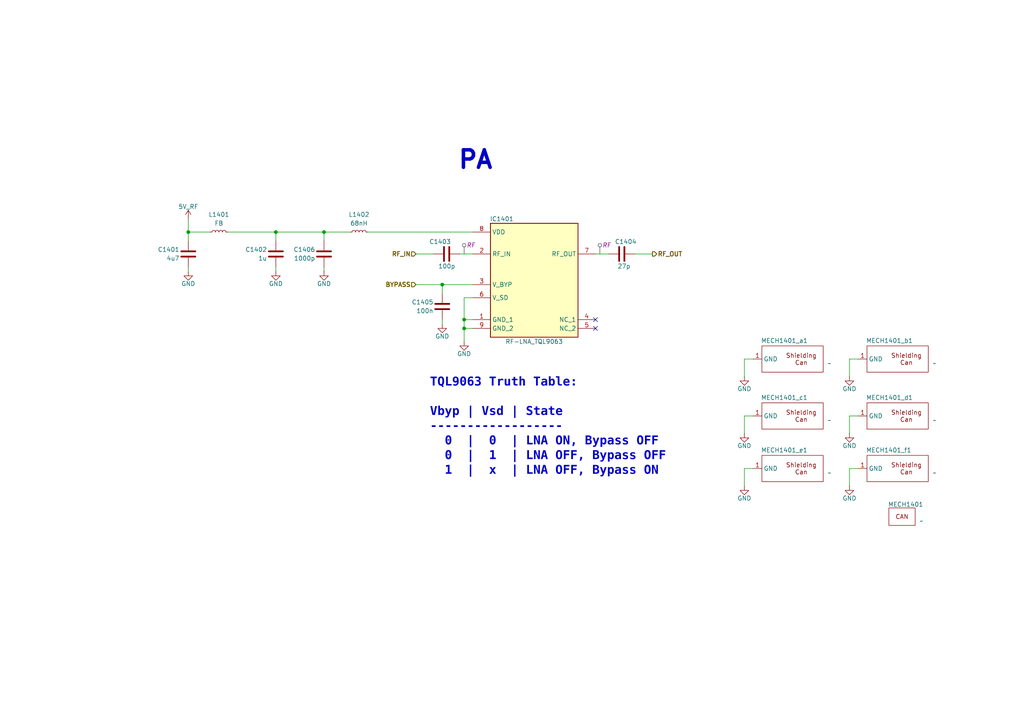
<source format=kicad_sch>
(kicad_sch (version 20250114) (generator "eeschema") (generator_version "9.0")
  (paper "A4")
  (title_block (title "RFE") (date "2024-06-01") (rev "A1") (company "LibreCellular Project - https://librecellular.org/") (comment 1 "Drawn: OK") (comment 2 "Checked: x"))
  (lib_symbols
    (symbol "Device:C" (pin_numbers (hide yes)) (pin_names (offset 0.254))
      (property "Reference" "C" (at 0.635 2.54 0))
      (property "Value" "C" (at 0.635 -2.54 0))
      (symbol "C_0_1"
        (polyline (pts (xy -2.032 0.762) (xy 2.032 0.762)) (stroke (width 0.508)))
        (polyline (pts (xy -2.032 -0.762) (xy 2.032 -0.762)) (stroke (width 0.508)))
      )
      (symbol "C_1_1"
        (pin passive line (at 0 3.81 270) (length 2.794) (name "~") (number "1"))
        (pin passive line (at 0 -3.81 90) (length 2.794) (name "~") (number "2"))
      )
    )
    (symbol "Device:L_Small" (pin_numbers (hide yes)) (pin_names (offset 0.254) (hide yes))
      (property "Reference" "L" (at 0.762 1.016 0))
      (property "Value" "L_Small" (at 0.762 -1.016 0))
      (symbol "L_Small_0_1"
        (arc (start 0 2.032) (mid 0.5058 1.524) (end 0 1.016))
        (arc (start 0 1.016) (mid 0.5058 0.508) (end 0 0))
        (arc (start 0 0) (mid 0.5058 -0.508) (end 0 -1.016))
        (arc (start 0 -1.016) (mid 0.5058 -1.524) (end 0 -2.032))
      )
      (symbol "L_Small_1_1"
        (pin passive line (at 0 2.54 270) (length 0.508) (name "~") (number "1"))
        (pin passive line (at 0 -2.54 90) (length 0.508) (name "~") (number "2"))
      )
    )
    (symbol "LC_RFE:Harwin_S03-15100300R"
      (property "Reference" "MECH" (at 0 3.81 0))
      (symbol "Harwin_S03-15100300R_0_1"
        (rectangle (start -3.81 2.54) (end 3.81 -2.54))
      )
      (symbol "Harwin_S03-15100300R_1_1"
        (text "CAN" (at 0 0 0) (effects (font (size 1.27 1.27))))
      )
    )
    (symbol "LC_RFE:Harwin_S03-15100300R+S0941-46R"
      (property "Reference" "MECH" (at -6.35 5.08 0))
      (symbol "Harwin_S03-15100300R+S0941-46R_1_1"
        (rectangle (start -8.89 3.81) (end 8.89 -3.81))
        (text "Shielding\nCan" (at 2.54 0 0) (effects (font (size 1.27 1.27))))
        (pin input line (at -11.43 0 0) (length 2.54) (name "GND") (number "1"))
      )
    )
    (symbol "LC_RFE:RF-LNA_TQL9063"
      (property "Reference" "IC" (at -12.954 17.272 0))
      (property "Value" "RF-LNA_TQL9063" (at 0 -18.542 0))
      (symbol "RF-LNA_TQL9063_1_1"
        (rectangle (start -12.7 15.24) (end 12.7 -17.78) (stroke (width 0.254)) (fill (type background)))
        (pin power_in line (at -17.78 12.7 0) (length 5.08) (name "VDD") (number "8"))
        (pin input line (at -17.78 6.35 0) (length 5.08) (name "RF_IN") (number "2"))
        (pin passive line (at -17.78 -2.54 0) (length 5.08) (name "V_BYP") (number "3"))
        (pin passive line (at -17.78 -6.35 0) (length 5.08) (name "V_SD") (number "6"))
        (pin power_in line (at -17.78 -12.7 0) (length 5.08) (name "GND_1") (number "1"))
        (pin power_in line (at -17.78 -15.24 0) (length 5.08) (name "GND_2") (number "9"))
        (pin output line (at 17.78 6.35 180) (length 5.08) (name "RF_OUT") (number "7"))
        (pin passive line (at 17.78 -12.7 180) (length 5.08) (name "NC_1") (number "4"))
        (pin passive line (at 17.78 -15.24 180) (length 5.08) (name "NC_2") (number "5"))
      )
    )
    (symbol "power:+3.3VA" (power) (pin_numbers (hide yes)) (pin_names (offset 0) (hide yes))
      (property "Value" "+3.3VA" (at 0 3.556 0))
      (symbol "+3.3VA_0_1"
        (polyline (pts (xy -0.762 1.27) (xy 0 2.54)))
        (polyline (pts (xy 0 2.54) (xy 0.762 1.27)))
        (polyline (pts (xy 0 0) (xy 0 2.54)))
      )
      (symbol "+3.3VA_1_1"
        (pin power_in line (at 0 0 90) (length 0) (name "~") (number "1"))
      )
    )
    (symbol "power:GND" (power) (pin_numbers (hide yes)) (pin_names (offset 0) (hide yes))
      (property "Value" "GND" (at 0 -3.81 0))
      (symbol "GND_0_1"
        (polyline (pts (xy 0 0) (xy 0 -1.27) (xy 1.27 -1.27) (xy 0 -2.54) (xy -1.27 -1.27) (xy 0 -1.27)))
      )
      (symbol "GND_1_1"
        (pin power_in line (at 0 0 270) (length 0) (name "~") (number "1"))
      )
    )
  )
  (text "PA" (at 137.922 46.482 0) (effects (font (size 5.08 5.08) (thickness 1.016) (bold yes))))
  (text "TQL9063 Truth Table:\n\nVbyp | Vsd | State\n------------------\n  0  |  0  | LNA ON, Bypass OFF\n  0  |  1  | LNA OFF, Bypass OFF\n  1  |  x  | LNA OFF, Bypass ON\n" (at 124.714 124.46 0) (effects (font (size 2.54 2.54) (thickness 0.4064) (bold yes)) (justify left)))
  (junction (at 128.27 82.55))
  (junction (at 93.98 67.31))
  (junction (at 54.61 67.31))
  (junction (at 80.01 67.31))
  (junction (at 134.62 95.25))
  (junction (at 134.62 92.71))
  (no_connect (at 172.72 92.71))
  (no_connect (at 172.72 95.25))
  (wire (pts (xy 184.15 73.66) (xy 189.23 73.66)))
  (wire (pts (xy 134.62 92.71) (xy 134.62 95.25)))
  (wire (pts (xy 134.62 95.25) (xy 134.62 99.06)))
  (wire (pts (xy 134.62 86.36) (xy 134.62 92.71)))
  (wire (pts (xy 248.92 135.89) (xy 246.38 135.89)))
  (wire (pts (xy 246.38 135.89) (xy 246.38 140.97)))
  (wire (pts (xy 93.98 78.74) (xy 93.98 77.47)))
  (wire (pts (xy 54.61 67.31) (xy 60.96 67.31)))
  (wire (pts (xy 176.53 73.66) (xy 172.72 73.66)))
  (wire (pts (xy 215.9 104.14) (xy 215.9 109.22)))
  (wire (pts (xy 218.44 120.65) (xy 215.9 120.65)))
  (wire (pts (xy 80.01 67.31) (xy 80.01 69.85)))
  (wire (pts (xy 128.27 93.98) (xy 128.27 92.71)))
  (wire (pts (xy 218.44 104.14) (xy 215.9 104.14)))
  (wire (pts (xy 248.92 120.65) (xy 246.38 120.65)))
  (wire (pts (xy 54.61 63.5) (xy 54.61 67.31)))
  (wire (pts (xy 248.92 104.14) (xy 246.38 104.14)))
  (wire (pts (xy 215.9 135.89) (xy 215.9 140.97)))
  (wire (pts (xy 54.61 67.31) (xy 54.61 69.85)))
  (wire (pts (xy 80.01 78.74) (xy 80.01 77.47)))
  (wire (pts (xy 215.9 120.65) (xy 215.9 125.73)))
  (wire (pts (xy 137.16 82.55) (xy 128.27 82.55)))
  (wire (pts (xy 137.16 86.36) (xy 134.62 86.36)))
  (wire (pts (xy 128.27 82.55) (xy 128.27 85.09)))
  (wire (pts (xy 120.65 82.55) (xy 128.27 82.55)))
  (wire (pts (xy 80.01 67.31) (xy 93.98 67.31)))
  (wire (pts (xy 137.16 92.71) (xy 134.62 92.71)))
  (wire (pts (xy 120.65 73.66) (xy 125.73 73.66)))
  (wire (pts (xy 246.38 120.65) (xy 246.38 125.73)))
  (wire (pts (xy 246.38 104.14) (xy 246.38 109.22)))
  (wire (pts (xy 66.04 67.31) (xy 80.01 67.31)))
  (wire (pts (xy 93.98 67.31) (xy 93.98 69.85)))
  (wire (pts (xy 218.44 135.89) (xy 215.9 135.89)))
  (wire (pts (xy 54.61 78.74) (xy 54.61 77.47)))
  (wire (pts (xy 134.62 95.25) (xy 137.16 95.25)))
  (wire (pts (xy 93.98 67.31) (xy 101.6 67.31)))
  (wire (pts (xy 133.35 73.66) (xy 137.16 73.66)))
  (wire (pts (xy 106.68 67.31) (xy 137.16 67.31)))
  (hierarchical_label "BYPASS" (shape input) (at 120.65 82.55 180) (effects (font (bold yes))))
  (hierarchical_label "RF_OUT" (shape output) (at 189.23 73.66 0) (effects (font (bold yes))))
  (hierarchical_label "RF_IN" (shape input) (at 120.65 73.66 180) (effects (font (bold yes))))
  (netclass_flag "" (length 2.54) (shape round) (at 173.99 73.66 0) (property "Netclass" "RF" (at 174.6885 71.12 0) (effects (font (italic yes)) (justify left))))
  (netclass_flag "" (length 2.54) (shape round) (at 134.62 73.66 0) (property "Netclass" "RF" (at 135.3185 71.12 0) (effects (font (italic yes)) (justify left))))
  (symbol (lib_id "Device:C") (at 93.98 73.66 0) (mirror y) (unit 1)
    (property "Reference" "C1306" (at 91.44 72.39 0) (effects (justify left)))
    (property "Value" "1000p" (at 91.44 74.93 0) (effects (justify left)))
    (property "Footprint" "Capacitor_SMD:C_0402_1005Metric" (effects (hide yes)))
    (property "Description" "Unpolarized capacitor" (effects (hide yes)))
    (property "JLCASSY" "C1523" (effects (hide yes)))
    (instances (project "LC_RFE-RevA2" (path "" (reference "C1406") (unit 1)) (path "" (reference "C1306") (unit 1))))
  )
  (symbol (lib_id "power:GND") (at 128.27 93.98 0) (unit 1)
    (property "Reference" "#PWR01304" (effects (hide yes)))
    (property "Value" "GND" (at 128.27 97.536 0))
    (property "Description" "Power symbol creates a global label with name \"GND\" , ground" (effects (hide yes)))
    (instances (project "LC_RFE-RevA1" (path "" (reference "#PWR01404") (unit 1)) (path "" (reference "#PWR01304") (unit 1))))
  )
  (symbol (lib_id "power:GND") (at 215.9 109.22 0) (unit 1)
    (property "Reference" "#PWR01307" (effects (hide yes)))
    (property "Value" "GND" (at 215.9 112.776 0))
    (property "Description" "Power symbol creates a global label with name \"GND\" , ground" (effects (hide yes)))
    (instances (project "LC_RFE-RevA2" (path "" (reference "#PWR01308") (unit 1)) (path "" (reference "#PWR01307") (unit 1))))
  )
  (symbol (lib_id "Device:L_Small") (at 104.14 67.31 90) (unit 1)
    (property "Reference" "L1302" (at 104.14 62.23 90))
    (property "Value" "68nH" (at 104.14 64.77 90))
    (property "Footprint" "Inductor_SMD:L_0603_1608Metric" (effects (hide yes)))
    (property "Description" "Inductor, small symbol" (effects (hide yes)))
    (property "JLCASSY" "C19191685" (effects (hide yes)))
    (instances (project "LC_RFE-RevA2" (path "" (reference "L1402") (unit 1)) (path "" (reference "L1302") (unit 1))))
  )
  (symbol (lib_id "power:GND") (at 54.61 78.74 0) (unit 1)
    (property "Reference" "#PWR01110" (effects (hide yes)))
    (property "Value" "GND" (at 54.61 82.296 0))
    (property "Description" "Power symbol creates a global label with name \"GND\" , ground" (effects (hide yes)))
    (instances (project "LC_RFE-RevA2" (path "" (reference "#PWR01114") (unit 1)) (path "" (reference "#PWR01110") (unit 1))))
  )
  (symbol (lib_id "Device:C") (at 80.01 73.66 0) (mirror y) (unit 1)
    (property "Reference" "C1302" (at 77.47 72.39 0) (effects (justify left)))
    (property "Value" "1u" (at 77.47 74.93 0) (effects (justify left)))
    (property "Footprint" "Capacitor_SMD:C_0402_1005Metric" (effects (hide yes)))
    (property "Description" "Unpolarized capacitor" (effects (hide yes)))
    (property "JLCASSY" "C52923" (effects (hide yes)))
    (instances (project "LC_RFE-RevA2" (path "" (reference "C1402") (unit 1)) (path "" (reference "C1302") (unit 1))))
  )
  (symbol (lib_id "LC_RFE:RF-LNA_TQL9063") (at 154.94 80.01 0) (unit 1)
    (property "Reference" "IC1301" (at 145.542 63.5 0))
    (property "Value" "RF-LNA_TQL9063" (at 154.94 99.06 0))
    (property "Footprint" "LC_RFE:SON50P200X200X90-9N" (effects (hide yes)))
    (property "Datasheet" "https://componentsearchengine.com/Datasheets/1/TQL9063.pdf" (effects (hide yes)))
    (property "Description" "RF Amplifier 1.5-4.0GHz NF .7dB Gain 19dB" (effects (hide yes)))
    (property "Height" "0.9" (effects (hide yes)))
    (property "Manufacturer_Name" "Qorvo" (effects (hide yes)))
    (property "Manufacturer_Part_Number" "TQL9063" (effects (hide yes)))
    (property "Mouser Part Number" "772-TQL9063" (effects (hide yes)))
    (property "Mouser Price/Stock" "https://www.mouser.co.uk/ProductDetail/Qorvo/TQL9063?qs=Ex32QJu5HxPbzHJTjft58A%3D%3D" (effects (hide yes)))
    (property "JLCASSY" "C5346221" (effects (hide yes)))
    (instances (project "LC_RFE-RevA1" (path "" (reference "IC1401") (unit 1)) (path "" (reference "IC1301") (unit 1))))
  )
  (symbol (lib_id "LC_RFE:Harwin_S03-15100300R+S0941-46R") (at 229.87 104.14 0) (unit 1)
    (property "Reference" "MECH1301_a1" (at 220.726 98.806 0) (effects (justify left)))
    (property "Value" "~" (at 240.03 105.41 0) (effects (justify left)))
    (property "Footprint" "LC_RFE:Harwin_S0941-46R" (effects (hide yes)))
    (property "JLCASSY" "C3308740" (effects (hide yes)))
    (instances (project "LC_RFE-RevA2" (path "" (reference "MECH1401_a1") (unit 1)) (path "" (reference "MECH1301_a1") (unit 1))))
  )
  (symbol (lib_id "LC_RFE:Harwin_S03-15100300R") (at 261.62 149.86 0) (unit 1)
    (property "Reference" "MECH1301" (at 257.556 146.304 0) (effects (justify left)))
    (property "Value" "~" (at 266.7 151.13 0) (effects (justify left)))
    (property "Footprint" "LC_RFE:Harwin_S03-15100300R" (effects (hide yes)))
    (instances (project "LC_RFE-RevA2" (path "" (reference "MECH1401") (unit 1)) (path "" (reference "MECH1301") (unit 1))))
  )
  (symbol (lib_id "power:+3.3VA") (at 54.61 63.5 0) (unit 1)
    (property "Reference" "#PWR01109" (effects (hide yes)))
    (property "Value" "5V_RF" (at 54.61 59.944 0))
    (property "Description" "Power symbol creates a global label with name \"+3.3VA\"" (effects (hide yes)))
    (instances (project "LC_RFE-RevA2" (path "" (reference "#PWR01113") (unit 1)) (path "" (reference "#PWR01109") (unit 1))))
  )
  (symbol (lib_id "LC_RFE:Harwin_S03-15100300R+S0941-46R") (at 229.87 135.89 0) (unit 1)
    (property "Reference" "MECH1301_e1" (at 220.726 130.556 0) (effects (justify left)))
    (property "Value" "~" (at 240.03 137.16 0) (effects (justify left)))
    (property "Footprint" "LC_RFE:Harwin_S0941-46R" (effects (hide yes)))
    (property "JLCASSY" "C3308740" (effects (hide yes)))
    (instances (project "LC_RFE-RevA2" (path "" (reference "MECH1401_e1") (unit 1)) (path "" (reference "MECH1301_e1") (unit 1))))
  )
  (symbol (lib_id "power:GND") (at 134.62 99.06 0) (unit 1)
    (property "Reference" "#PWR01305" (effects (hide yes)))
    (property "Value" "GND" (at 134.62 102.616 0))
    (property "Description" "Power symbol creates a global label with name \"GND\" , ground" (effects (hide yes)))
    (instances (project "LC_RFE-RevA1" (path "" (reference "#PWR01405") (unit 1)) (path "" (reference "#PWR01305") (unit 1))))
  )
  (symbol (lib_id "power:GND") (at 80.01 78.74 0) (unit 1)
    (property "Reference" "#PWR01111" (effects (hide yes)))
    (property "Value" "GND" (at 80.01 82.296 0))
    (property "Description" "Power symbol creates a global label with name \"GND\" , ground" (effects (hide yes)))
    (instances (project "LC_RFE-RevA2" (path "" (reference "#PWR01115") (unit 1)) (path "" (reference "#PWR01111") (unit 1))))
  )
  (symbol (lib_id "LC_RFE:Harwin_S03-15100300R+S0941-46R") (at 229.87 120.65 0) (unit 1)
    (property "Reference" "MECH1301_c1" (at 220.726 115.316 0) (effects (justify left)))
    (property "Value" "~" (at 240.03 121.92 0) (effects (justify left)))
    (property "Footprint" "LC_RFE:Harwin_S0941-46R" (effects (hide yes)))
    (property "JLCASSY" "C3308740" (effects (hide yes)))
    (instances (project "LC_RFE-RevA2" (path "" (reference "MECH1401_c1") (unit 1)) (path "" (reference "MECH1301_c1") (unit 1))))
  )
  (symbol (lib_id "power:GND") (at 246.38 140.97 0) (unit 1)
    (property "Reference" "#PWR01316" (effects (hide yes)))
    (property "Value" "GND" (at 246.38 144.526 0))
    (property "Description" "Power symbol creates a global label with name \"GND\" , ground" (effects (hide yes)))
    (instances (project "LC_RFE-RevA2" (path "" (reference "#PWR01318") (unit 1)) (path "" (reference "#PWR01316") (unit 1))))
  )
  (symbol (lib_id "Device:L_Small") (at 63.5 67.31 90) (unit 1)
    (property "Reference" "L1301" (at 63.5 62.23 90))
    (property "Value" "FB" (at 63.5 64.77 90))
    (property "Footprint" "Inductor_SMD:L_0402_1005Metric" (effects (hide yes)))
    (property "Description" "Inductor, small symbol" (effects (hide yes)))
    (property "JLCASSY" "C491491" (effects (hide yes)))
    (instances (project "LC_RFE-RevA2" (path "" (reference "L1401") (unit 1)) (path "" (reference "L1301") (unit 1))))
  )
  (symbol (lib_id "power:GND") (at 246.38 125.73 0) (unit 1)
    (property "Reference" "#PWR01312" (effects (hide yes)))
    (property "Value" "GND" (at 246.38 129.286 0))
    (property "Description" "Power symbol creates a global label with name \"GND\" , ground" (effects (hide yes)))
    (instances (project "LC_RFE-RevA2" (path "" (reference "#PWR01314") (unit 1)) (path "" (reference "#PWR01312") (unit 1))))
  )
  (symbol (lib_id "LC_RFE:Harwin_S03-15100300R+S0941-46R") (at 260.35 120.65 0) (unit 1)
    (property "Reference" "MECH1301_d1" (at 251.206 115.316 0) (effects (justify left)))
    (property "Value" "~" (at 270.51 121.92 0) (effects (justify left)))
    (property "Footprint" "LC_RFE:Harwin_S0941-46R" (effects (hide yes)))
    (property "JLCASSY" "C3308740" (effects (hide yes)))
    (instances (project "LC_RFE-RevA2" (path "" (reference "MECH1401_d1") (unit 1)) (path "" (reference "MECH1301_d1") (unit 1))))
  )
  (symbol (lib_id "LC_RFE:Harwin_S03-15100300R+S0941-46R") (at 260.35 104.14 0) (unit 1)
    (property "Reference" "MECH1301_b1" (at 251.206 98.806 0) (effects (justify left)))
    (property "Value" "~" (at 270.51 105.41 0) (effects (justify left)))
    (property "Footprint" "LC_RFE:Harwin_S0941-46R" (effects (hide yes)))
    (property "JLCASSY" "C3308740" (effects (hide yes)))
    (instances (project "LC_RFE-RevA2" (path "" (reference "MECH1401_b1") (unit 1)) (path "" (reference "MECH1301_b1") (unit 1))))
  )
  (symbol (lib_id "Device:C") (at 129.54 73.66 90) (mirror x) (unit 1)
    (property "Reference" "C1303" (at 130.81 70.104 90) (effects (justify left)))
    (property "Value" "100p" (at 132.08 77.216 90) (effects (justify left)))
    (property "Footprint" "Capacitor_SMD:C_0402_1005Metric" (effects (hide yes)))
    (property "Description" "Unpolarized capacitor" (effects (hide yes)))
    (property "JLCASSY" "C77177" (effects (hide yes)))
    (instances (project "LC_RFE-RevA1" (path "" (reference "C1403") (unit 1)) (path "" (reference "C1303") (unit 1))))
  )
  (symbol (lib_id "power:GND") (at 215.9 125.73 0) (unit 1)
    (property "Reference" "#PWR01311" (effects (hide yes)))
    (property "Value" "GND" (at 215.9 129.286 0))
    (property "Description" "Power symbol creates a global label with name \"GND\" , ground" (effects (hide yes)))
    (instances (project "LC_RFE-RevA2" (path "" (reference "#PWR01313") (unit 1)) (path "" (reference "#PWR01311") (unit 1))))
  )
  (symbol (lib_id "LC_RFE:Harwin_S03-15100300R+S0941-46R") (at 260.35 135.89 0) (unit 1)
    (property "Reference" "MECH1301_f1" (at 251.206 130.556 0) (effects (justify left)))
    (property "Value" "~" (at 270.51 137.16 0) (effects (justify left)))
    (property "Footprint" "LC_RFE:Harwin_S0941-46R" (effects (hide yes)))
    (property "JLCASSY" "C3308740" (effects (hide yes)))
    (instances (project "LC_RFE-RevA2" (path "" (reference "MECH1401_f1") (unit 1)) (path "" (reference "MECH1301_f1") (unit 1))))
  )
  (symbol (lib_id "power:GND") (at 93.98 78.74 0) (unit 1)
    (property "Reference" "#PWR01112" (effects (hide yes)))
    (property "Value" "GND" (at 93.98 82.296 0))
    (property "Description" "Power symbol creates a global label with name \"GND\" , ground" (effects (hide yes)))
    (instances (project "LC_RFE-RevA2" (path "" (reference "#PWR01116") (unit 1)) (path "" (reference "#PWR01112") (unit 1))))
  )
  (symbol (lib_id "Device:C") (at 128.27 88.9 0) (mirror y) (unit 1)
    (property "Reference" "C1305" (at 125.73 87.63 0) (effects (justify left)))
    (property "Value" "100n" (at 125.73 90.17 0) (effects (justify left)))
    (property "Footprint" "Capacitor_SMD:C_0402_1005Metric" (effects (hide yes)))
    (property "Description" "Unpolarized capacitor" (effects (hide yes)))
    (property "JLCASSY" "C307331" (effects (hide yes)))
    (instances (project "LC_RFE-RevA1" (path "" (reference "C1405") (unit 1)) (path "" (reference "C1305") (unit 1))))
  )
  (symbol (lib_id "Device:C") (at 54.61 73.66 0) (mirror y) (unit 1)
    (property "Reference" "C1301" (at 52.07 72.39 0) (effects (justify left)))
    (property "Value" "4u7" (at 52.07 74.93 0) (effects (justify left)))
    (property "Footprint" "Capacitor_SMD:C_0402_1005Metric" (effects (hide yes)))
    (property "Description" "Unpolarized capacitor" (effects (hide yes)))
    (property "JLCASSY" "C23733" (effects (hide yes)))
    (instances (project "LC_RFE-RevA2" (path "" (reference "C1401") (unit 1)) (path "" (reference "C1301") (unit 1))))
  )
  (symbol (lib_id "power:GND") (at 246.38 109.22 0) (unit 1)
    (property "Reference" "#PWR01309" (effects (hide yes)))
    (property "Value" "GND" (at 246.38 112.776 0))
    (property "Description" "Power symbol creates a global label with name \"GND\" , ground" (effects (hide yes)))
    (instances (project "LC_RFE-RevA2" (path "" (reference "#PWR01310") (unit 1)) (path "" (reference "#PWR01309") (unit 1))))
  )
  (symbol (lib_id "Device:C") (at 180.34 73.66 90) (mirror x) (unit 1)
    (property "Reference" "C1304" (at 184.658 70.104 90) (effects (justify left)))
    (property "Value" "27p" (at 182.88 77.216 90) (effects (justify left)))
    (property "Footprint" "Capacitor_SMD:C_0402_1005Metric" (effects (hide yes)))
    (property "Description" "Unpolarized capacitor" (effects (hide yes)))
    (property "JLCASSY" "C1557" (effects (hide yes)))
    (instances (project "LC_RFE-RevA1" (path "" (reference "C1404") (unit 1)) (path "" (reference "C1304") (unit 1))))
  )
  (symbol (lib_id "power:GND") (at 215.9 140.97 0) (unit 1)
    (property "Reference" "#PWR01315" (effects (hide yes)))
    (property "Value" "GND" (at 215.9 144.526 0))
    (property "Description" "Power symbol creates a global label with name \"GND\" , ground" (effects (hide yes)))
    (instances (project "LC_RFE-RevA2" (path "" (reference "#PWR01317") (unit 1)) (path "" (reference "#PWR01315") (unit 1))))
  )
)
</source>
